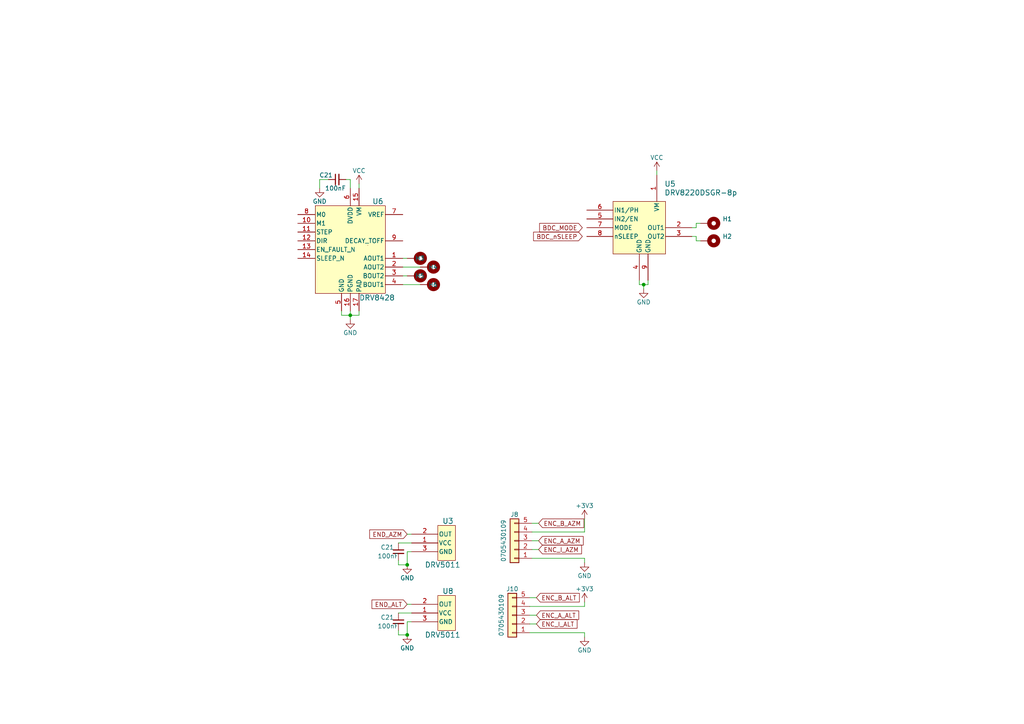
<source format=kicad_sch>
(kicad_sch (version 20230121) (generator eeschema)

  (uuid 74537cdc-49dc-455b-b39b-050cf7947e11)

  (paper "A4")

  (lib_symbols
    (symbol "1.Texas_Instrments:DRV5011ADLPG" (pin_names (offset 0.254)) (in_bom yes) (on_board yes)
      (property "Reference" "U" (at 20.32 10.16 0)
        (effects (font (size 1.524 1.524)))
      )
      (property "Value" "DRV5011ADLPG" (at 20.32 7.62 0)
        (effects (font (size 1.524 1.524)))
      )
      (property "Footprint" "TO-92-3_LPG_TEX" (at 53.34 -29.21 0)
        (effects (font (size 1.27 1.27) italic) hide)
      )
      (property "Datasheet" "DRV5011ADLPG" (at 52.07 -26.67 0)
        (effects (font (size 1.27 1.27) italic) hide)
      )
      (property "ki_locked" "" (at 0 0 0)
        (effects (font (size 1.27 1.27)))
      )
      (property "ki_keywords" "DRV5011ADLPG" (at 0 0 0)
        (effects (font (size 1.27 1.27)) hide)
      )
      (property "ki_fp_filters" "TO-92-3_LPG_TEX" (at 0 0 0)
        (effects (font (size 1.27 1.27)) hide)
      )
      (symbol "DRV5011ADLPG_0_1"
        (pin power_in line (at -7.62 -5.08 0) (length 7.62)
          (name "VCC" (effects (font (size 1.27 1.27))))
          (number "1" (effects (font (size 1.27 1.27))))
        )
        (pin output line (at -7.62 -2.54 0) (length 7.62)
          (name "OUT" (effects (font (size 1.27 1.27))))
          (number "2" (effects (font (size 1.27 1.27))))
        )
        (pin power_out line (at -7.62 -7.62 0) (length 7.62)
          (name "GND" (effects (font (size 1.27 1.27))))
          (number "3" (effects (font (size 1.27 1.27))))
        )
      )
      (symbol "DRV5011ADLPG_1_1"
        (rectangle (start 0 0) (end 5.08 -10.16)
          (stroke (width 0) (type solid))
          (fill (type background))
        )
      )
    )
    (symbol "1.Texas_Instrments:DRV8220DSGR" (pin_names (offset 0.254)) (in_bom yes) (on_board yes)
      (property "Reference" "U" (at 1.27 1.27 0)
        (effects (font (size 1.524 1.524)))
      )
      (property "Value" "DRV8220DSGR-8p" (at 21.59 -16.51 0)
        (effects (font (size 1.524 1.524)))
      )
      (property "Footprint" "WSON8_DSG_TEX" (at 38.1 -29.21 0)
        (effects (font (size 1.27 1.27) italic) hide)
      )
      (property "Datasheet" "DRV8220DSGR" (at 36.83 -26.67 0)
        (effects (font (size 1.27 1.27) italic) hide)
      )
      (property "ki_locked" "" (at 0 0 0)
        (effects (font (size 1.27 1.27)))
      )
      (property "ki_keywords" "DRV8220DSGR" (at 0 0 0)
        (effects (font (size 1.27 1.27)) hide)
      )
      (property "ki_fp_filters" "WSON8_DSG_TEX WSON8_DSG_TEX-M WSON8_DSG_TEX-L" (at 0 0 0)
        (effects (font (size 1.27 1.27)) hide)
      )
      (symbol "DRV8220DSGR_0_1"
        (pin power_in line (at 12.7 7.62 270) (length 7.62)
          (name "VM" (effects (font (size 1.27 1.27))))
          (number "1" (effects (font (size 1.27 1.27))))
        )
        (pin output line (at 22.86 -7.62 180) (length 7.62)
          (name "OUT1" (effects (font (size 1.27 1.27))))
          (number "2" (effects (font (size 1.27 1.27))))
        )
        (pin output line (at 22.86 -10.16 180) (length 7.62)
          (name "OUT2" (effects (font (size 1.27 1.27))))
          (number "3" (effects (font (size 1.27 1.27))))
        )
        (pin power_out line (at 7.62 -22.86 90) (length 7.62)
          (name "GND" (effects (font (size 1.27 1.27))))
          (number "4" (effects (font (size 1.27 1.27))))
        )
        (pin input line (at -7.62 -5.08 0) (length 7.62)
          (name "IN2/EN" (effects (font (size 1.27 1.27))))
          (number "5" (effects (font (size 1.27 1.27))))
        )
        (pin input line (at -7.62 -2.54 0) (length 7.62)
          (name "IN1/PH" (effects (font (size 1.27 1.27))))
          (number "6" (effects (font (size 1.27 1.27))))
        )
        (pin input line (at -7.62 -7.62 0) (length 7.62)
          (name "MODE" (effects (font (size 1.27 1.27))))
          (number "7" (effects (font (size 1.27 1.27))))
        )
        (pin input line (at -7.62 -10.16 0) (length 7.62)
          (name "nSLEEP" (effects (font (size 1.27 1.27))))
          (number "8" (effects (font (size 1.27 1.27))))
        )
        (pin power_out line (at 10.16 -22.86 90) (length 7.62)
          (name "GND" (effects (font (size 1.27 1.27))))
          (number "9" (effects (font (size 1.27 1.27))))
        )
      )
      (symbol "DRV8220DSGR_1_1"
        (rectangle (start 0 0) (end 15.24 -15.24)
          (stroke (width 0) (type solid))
          (fill (type background))
        )
      )
    )
    (symbol "1.Texas_Instrments:DRV8428RTER" (pin_names (offset 0.254)) (in_bom yes) (on_board yes)
      (property "Reference" "U" (at 114.3 -34.29 0)
        (effects (font (size 1.524 1.524)))
      )
      (property "Value" "DRV8428RTER" (at 119.38 -36.83 0)
        (effects (font (size 1.524 1.524)))
      )
      (property "Footprint" "RTE0016J" (at 114.3 -39.37 0)
        (effects (font (size 1.27 1.27) italic) hide)
      )
      (property "Datasheet" "DRV8428RTER" (at 114.3 -41.91 0)
        (effects (font (size 1.27 1.27) italic) hide)
      )
      (property "ki_locked" "" (at 0 0 0)
        (effects (font (size 1.27 1.27)))
      )
      (property "ki_keywords" "DRV8428RTER" (at 0 0 0)
        (effects (font (size 1.27 1.27)) hide)
      )
      (property "ki_fp_filters" "RTE0016J" (at 0 0 0)
        (effects (font (size 1.27 1.27)) hide)
      )
      (symbol "DRV8428RTER_0_1"
        (pin output line (at 25.4 -15.24 180) (length 5.08)
          (name "AOUT1" (effects (font (size 1.27 1.27))))
          (number "1" (effects (font (size 1.27 1.27))))
        )
        (pin input line (at -5.08 -5.08 0) (length 5.08)
          (name "M1" (effects (font (size 1.27 1.27))))
          (number "10" (effects (font (size 1.27 1.27))))
        )
        (pin input line (at -5.08 -7.62 0) (length 5.08)
          (name "STEP" (effects (font (size 1.27 1.27))))
          (number "11" (effects (font (size 1.27 1.27))))
        )
        (pin input line (at -5.08 -10.16 0) (length 5.08)
          (name "DIR" (effects (font (size 1.27 1.27))))
          (number "12" (effects (font (size 1.27 1.27))))
        )
        (pin bidirectional line (at -5.08 -12.7 0) (length 5.08)
          (name "EN_FAULT_N" (effects (font (size 1.27 1.27))))
          (number "13" (effects (font (size 1.27 1.27))))
        )
        (pin input line (at -5.08 -15.24 0) (length 5.08)
          (name "SLEEP_N" (effects (font (size 1.27 1.27))))
          (number "14" (effects (font (size 1.27 1.27))))
        )
        (pin power_in line (at 12.7 5.08 270) (length 5.08)
          (name "VM" (effects (font (size 1.27 1.27))))
          (number "15" (effects (font (size 1.27 1.27))))
        )
        (pin power_in line (at 10.16 -30.48 90) (length 5.08)
          (name "PGND" (effects (font (size 1.27 1.27))))
          (number "16" (effects (font (size 1.27 1.27))))
        )
        (pin power_in line (at 12.7 -30.48 90) (length 5.08)
          (name "PAD" (effects (font (size 1.27 1.27))))
          (number "17" (effects (font (size 1.27 1.27))))
        )
        (pin output line (at 25.4 -17.78 180) (length 5.08)
          (name "AOUT2" (effects (font (size 1.27 1.27))))
          (number "2" (effects (font (size 1.27 1.27))))
        )
        (pin output line (at 25.4 -20.32 180) (length 5.08)
          (name "BOUT2" (effects (font (size 1.27 1.27))))
          (number "3" (effects (font (size 1.27 1.27))))
        )
        (pin output line (at 25.4 -22.86 180) (length 5.08)
          (name "BOUT1" (effects (font (size 1.27 1.27))))
          (number "4" (effects (font (size 1.27 1.27))))
        )
        (pin power_in line (at 7.62 -30.48 90) (length 5.08)
          (name "GND" (effects (font (size 1.27 1.27))))
          (number "5" (effects (font (size 1.27 1.27))))
        )
        (pin power_in line (at 10.16 5.08 270) (length 5.08)
          (name "DVDD" (effects (font (size 1.27 1.27))))
          (number "6" (effects (font (size 1.27 1.27))))
        )
        (pin unspecified line (at 25.4 -2.54 180) (length 5.08)
          (name "VREF" (effects (font (size 1.27 1.27))))
          (number "7" (effects (font (size 1.27 1.27))))
        )
        (pin input line (at -5.08 -2.54 0) (length 5.08)
          (name "M0" (effects (font (size 1.27 1.27))))
          (number "8" (effects (font (size 1.27 1.27))))
        )
        (pin input line (at 25.4 -10.16 180) (length 5.08)
          (name "DECAY_TOFF" (effects (font (size 1.27 1.27))))
          (number "9" (effects (font (size 1.27 1.27))))
        )
      )
      (symbol "DRV8428RTER_1_1"
        (rectangle (start 0 0) (end 20.32 -25.4)
          (stroke (width 0) (type solid))
          (fill (type background))
        )
        (rectangle (start 15.24 -11.43) (end 15.24 -11.43)
          (stroke (width 0) (type default))
          (fill (type none))
        )
      )
    )
    (symbol "Connector_Generic:Conn_01x05" (pin_names (offset 1.016) hide) (in_bom yes) (on_board yes)
      (property "Reference" "J" (at 0 7.62 0)
        (effects (font (size 1.27 1.27)))
      )
      (property "Value" "Conn_01x05" (at 0 -7.62 0)
        (effects (font (size 1.27 1.27)))
      )
      (property "Footprint" "" (at 0 0 0)
        (effects (font (size 1.27 1.27)) hide)
      )
      (property "Datasheet" "~" (at 0 0 0)
        (effects (font (size 1.27 1.27)) hide)
      )
      (property "ki_keywords" "connector" (at 0 0 0)
        (effects (font (size 1.27 1.27)) hide)
      )
      (property "ki_description" "Generic connector, single row, 01x05, script generated (kicad-library-utils/schlib/autogen/connector/)" (at 0 0 0)
        (effects (font (size 1.27 1.27)) hide)
      )
      (property "ki_fp_filters" "Connector*:*_1x??_*" (at 0 0 0)
        (effects (font (size 1.27 1.27)) hide)
      )
      (symbol "Conn_01x05_1_1"
        (rectangle (start -1.27 -4.953) (end 0 -5.207)
          (stroke (width 0.1524) (type default))
          (fill (type none))
        )
        (rectangle (start -1.27 -2.413) (end 0 -2.667)
          (stroke (width 0.1524) (type default))
          (fill (type none))
        )
        (rectangle (start -1.27 0.127) (end 0 -0.127)
          (stroke (width 0.1524) (type default))
          (fill (type none))
        )
        (rectangle (start -1.27 2.667) (end 0 2.413)
          (stroke (width 0.1524) (type default))
          (fill (type none))
        )
        (rectangle (start -1.27 5.207) (end 0 4.953)
          (stroke (width 0.1524) (type default))
          (fill (type none))
        )
        (rectangle (start -1.27 6.35) (end 1.27 -6.35)
          (stroke (width 0.254) (type default))
          (fill (type background))
        )
        (pin passive line (at -5.08 5.08 0) (length 3.81)
          (name "Pin_1" (effects (font (size 1.27 1.27))))
          (number "1" (effects (font (size 1.27 1.27))))
        )
        (pin passive line (at -5.08 2.54 0) (length 3.81)
          (name "Pin_2" (effects (font (size 1.27 1.27))))
          (number "2" (effects (font (size 1.27 1.27))))
        )
        (pin passive line (at -5.08 0 0) (length 3.81)
          (name "Pin_3" (effects (font (size 1.27 1.27))))
          (number "3" (effects (font (size 1.27 1.27))))
        )
        (pin passive line (at -5.08 -2.54 0) (length 3.81)
          (name "Pin_4" (effects (font (size 1.27 1.27))))
          (number "4" (effects (font (size 1.27 1.27))))
        )
        (pin passive line (at -5.08 -5.08 0) (length 3.81)
          (name "Pin_5" (effects (font (size 1.27 1.27))))
          (number "5" (effects (font (size 1.27 1.27))))
        )
      )
    )
    (symbol "Device:C_Small" (pin_numbers hide) (pin_names (offset 0.254) hide) (in_bom yes) (on_board yes)
      (property "Reference" "C" (at 0.254 1.778 0)
        (effects (font (size 1.27 1.27)) (justify left))
      )
      (property "Value" "C_Small" (at 0.254 -2.032 0)
        (effects (font (size 1.27 1.27)) (justify left))
      )
      (property "Footprint" "" (at 0 0 0)
        (effects (font (size 1.27 1.27)) hide)
      )
      (property "Datasheet" "~" (at 0 0 0)
        (effects (font (size 1.27 1.27)) hide)
      )
      (property "ki_keywords" "capacitor cap" (at 0 0 0)
        (effects (font (size 1.27 1.27)) hide)
      )
      (property "ki_description" "Unpolarized capacitor, small symbol" (at 0 0 0)
        (effects (font (size 1.27 1.27)) hide)
      )
      (property "ki_fp_filters" "C_*" (at 0 0 0)
        (effects (font (size 1.27 1.27)) hide)
      )
      (symbol "C_Small_0_1"
        (polyline
          (pts
            (xy -1.524 -0.508)
            (xy 1.524 -0.508)
          )
          (stroke (width 0.3302) (type default))
          (fill (type none))
        )
        (polyline
          (pts
            (xy -1.524 0.508)
            (xy 1.524 0.508)
          )
          (stroke (width 0.3048) (type default))
          (fill (type none))
        )
      )
      (symbol "C_Small_1_1"
        (pin passive line (at 0 2.54 270) (length 2.032)
          (name "~" (effects (font (size 1.27 1.27))))
          (number "1" (effects (font (size 1.27 1.27))))
        )
        (pin passive line (at 0 -2.54 90) (length 2.032)
          (name "~" (effects (font (size 1.27 1.27))))
          (number "2" (effects (font (size 1.27 1.27))))
        )
      )
    )
    (symbol "Mechanical:MountingHole_Pad" (pin_numbers hide) (pin_names (offset 1.016) hide) (in_bom yes) (on_board yes)
      (property "Reference" "H" (at 0 6.35 0)
        (effects (font (size 1.27 1.27)))
      )
      (property "Value" "MountingHole_Pad" (at 0 4.445 0)
        (effects (font (size 1.27 1.27)))
      )
      (property "Footprint" "" (at 0 0 0)
        (effects (font (size 1.27 1.27)) hide)
      )
      (property "Datasheet" "~" (at 0 0 0)
        (effects (font (size 1.27 1.27)) hide)
      )
      (property "ki_keywords" "mounting hole" (at 0 0 0)
        (effects (font (size 1.27 1.27)) hide)
      )
      (property "ki_description" "Mounting Hole with connection" (at 0 0 0)
        (effects (font (size 1.27 1.27)) hide)
      )
      (property "ki_fp_filters" "MountingHole*Pad*" (at 0 0 0)
        (effects (font (size 1.27 1.27)) hide)
      )
      (symbol "MountingHole_Pad_0_1"
        (circle (center 0 1.27) (radius 1.27)
          (stroke (width 1.27) (type default))
          (fill (type none))
        )
      )
      (symbol "MountingHole_Pad_1_1"
        (pin input line (at 0 -2.54 90) (length 2.54)
          (name "1" (effects (font (size 1.27 1.27))))
          (number "1" (effects (font (size 1.27 1.27))))
        )
      )
    )
    (symbol "power:+3V3" (power) (pin_names (offset 0)) (in_bom yes) (on_board yes)
      (property "Reference" "#PWR" (at 0 -3.81 0)
        (effects (font (size 1.27 1.27)) hide)
      )
      (property "Value" "+3V3" (at 0 3.556 0)
        (effects (font (size 1.27 1.27)))
      )
      (property "Footprint" "" (at 0 0 0)
        (effects (font (size 1.27 1.27)) hide)
      )
      (property "Datasheet" "" (at 0 0 0)
        (effects (font (size 1.27 1.27)) hide)
      )
      (property "ki_keywords" "global power" (at 0 0 0)
        (effects (font (size 1.27 1.27)) hide)
      )
      (property "ki_description" "Power symbol creates a global label with name \"+3V3\"" (at 0 0 0)
        (effects (font (size 1.27 1.27)) hide)
      )
      (symbol "+3V3_0_1"
        (polyline
          (pts
            (xy -0.762 1.27)
            (xy 0 2.54)
          )
          (stroke (width 0) (type default))
          (fill (type none))
        )
        (polyline
          (pts
            (xy 0 0)
            (xy 0 2.54)
          )
          (stroke (width 0) (type default))
          (fill (type none))
        )
        (polyline
          (pts
            (xy 0 2.54)
            (xy 0.762 1.27)
          )
          (stroke (width 0) (type default))
          (fill (type none))
        )
      )
      (symbol "+3V3_1_1"
        (pin power_in line (at 0 0 90) (length 0) hide
          (name "+3V3" (effects (font (size 1.27 1.27))))
          (number "1" (effects (font (size 1.27 1.27))))
        )
      )
    )
    (symbol "power:GND" (power) (pin_names (offset 0)) (in_bom yes) (on_board yes)
      (property "Reference" "#PWR" (at 0 -6.35 0)
        (effects (font (size 1.27 1.27)) hide)
      )
      (property "Value" "GND" (at 0 -3.81 0)
        (effects (font (size 1.27 1.27)))
      )
      (property "Footprint" "" (at 0 0 0)
        (effects (font (size 1.27 1.27)) hide)
      )
      (property "Datasheet" "" (at 0 0 0)
        (effects (font (size 1.27 1.27)) hide)
      )
      (property "ki_keywords" "global power" (at 0 0 0)
        (effects (font (size 1.27 1.27)) hide)
      )
      (property "ki_description" "Power symbol creates a global label with name \"GND\" , ground" (at 0 0 0)
        (effects (font (size 1.27 1.27)) hide)
      )
      (symbol "GND_0_1"
        (polyline
          (pts
            (xy 0 0)
            (xy 0 -1.27)
            (xy 1.27 -1.27)
            (xy 0 -2.54)
            (xy -1.27 -1.27)
            (xy 0 -1.27)
          )
          (stroke (width 0) (type default))
          (fill (type none))
        )
      )
      (symbol "GND_1_1"
        (pin power_in line (at 0 0 270) (length 0) hide
          (name "GND" (effects (font (size 1.27 1.27))))
          (number "1" (effects (font (size 1.27 1.27))))
        )
      )
    )
    (symbol "power:VCC" (power) (pin_names (offset 0)) (in_bom yes) (on_board yes)
      (property "Reference" "#PWR" (at 0 -3.81 0)
        (effects (font (size 1.27 1.27)) hide)
      )
      (property "Value" "VCC" (at 0 3.81 0)
        (effects (font (size 1.27 1.27)))
      )
      (property "Footprint" "" (at 0 0 0)
        (effects (font (size 1.27 1.27)) hide)
      )
      (property "Datasheet" "" (at 0 0 0)
        (effects (font (size 1.27 1.27)) hide)
      )
      (property "ki_keywords" "global power" (at 0 0 0)
        (effects (font (size 1.27 1.27)) hide)
      )
      (property "ki_description" "Power symbol creates a global label with name \"VCC\"" (at 0 0 0)
        (effects (font (size 1.27 1.27)) hide)
      )
      (symbol "VCC_0_1"
        (polyline
          (pts
            (xy -0.762 1.27)
            (xy 0 2.54)
          )
          (stroke (width 0) (type default))
          (fill (type none))
        )
        (polyline
          (pts
            (xy 0 0)
            (xy 0 2.54)
          )
          (stroke (width 0) (type default))
          (fill (type none))
        )
        (polyline
          (pts
            (xy 0 2.54)
            (xy 0.762 1.27)
          )
          (stroke (width 0) (type default))
          (fill (type none))
        )
      )
      (symbol "VCC_1_1"
        (pin power_in line (at 0 0 90) (length 0) hide
          (name "VCC" (effects (font (size 1.27 1.27))))
          (number "1" (effects (font (size 1.27 1.27))))
        )
      )
    )
  )

  (junction (at 186.69 82.55) (diameter 0) (color 0 0 0 0)
    (uuid 05588120-9810-4b82-936f-87adf0cbce0a)
  )
  (junction (at 118.11 184.15) (diameter 0) (color 0 0 0 0)
    (uuid 0f674151-abf2-436d-a1f0-6090786cbc84)
  )
  (junction (at 118.11 163.83) (diameter 0) (color 0 0 0 0)
    (uuid 6bac13bd-654b-4d7f-b48e-cb792fe26c60)
  )
  (junction (at 101.6 91.44) (diameter 0) (color 0 0 0 0)
    (uuid 93a0f40b-2194-4b8b-ac57-73ff42f6c2d3)
  )

  (wire (pts (xy 201.93 64.77) (xy 203.2 64.77))
    (stroke (width 0) (type default))
    (uuid 0241cdff-287d-4574-b09a-5a6b29552823)
  )
  (wire (pts (xy 115.57 162.56) (xy 115.57 163.83))
    (stroke (width 0) (type default))
    (uuid 0b9f6560-9806-4db9-936f-5bca3ead7cac)
  )
  (wire (pts (xy 95.25 52.07) (xy 92.71 52.07))
    (stroke (width 0) (type default))
    (uuid 0c43dd84-1b87-4d02-b76c-d792460d37db)
  )
  (wire (pts (xy 104.14 90.17) (xy 104.14 91.44))
    (stroke (width 0) (type default))
    (uuid 0ef3f6e5-5b7a-4128-9e23-f3b4118567d3)
  )
  (wire (pts (xy 118.11 154.94) (xy 119.38 154.94))
    (stroke (width 0) (type default))
    (uuid 123e8c85-e2a1-4151-a225-cc57216e741d)
  )
  (wire (pts (xy 118.11 160.02) (xy 118.11 163.83))
    (stroke (width 0) (type default))
    (uuid 1bc7dc5a-90aa-4ee8-9ceb-23d974f4faaf)
  )
  (wire (pts (xy 185.42 82.55) (xy 186.69 82.55))
    (stroke (width 0) (type default))
    (uuid 1e836f2b-e138-4206-b226-926d3fdd6136)
  )
  (wire (pts (xy 99.06 91.44) (xy 101.6 91.44))
    (stroke (width 0) (type default))
    (uuid 209ccb23-62d6-4bb4-8602-2d954280537b)
  )
  (wire (pts (xy 169.545 154.305) (xy 169.545 150.495))
    (stroke (width 0) (type default))
    (uuid 227c9bc5-3876-4b2a-ac36-893c1cb631ce)
  )
  (wire (pts (xy 200.66 68.58) (xy 201.93 68.58))
    (stroke (width 0) (type default))
    (uuid 22ef19b0-c49e-41bb-b57f-22e99e7bfd4a)
  )
  (wire (pts (xy 185.42 81.28) (xy 185.42 82.55))
    (stroke (width 0) (type default))
    (uuid 32d8da30-005a-43e2-bce1-a6fede92ec56)
  )
  (wire (pts (xy 169.545 184.785) (xy 169.545 183.515))
    (stroke (width 0) (type default))
    (uuid 336d7d41-f786-4148-9646-852e762ede32)
  )
  (wire (pts (xy 118.11 175.26) (xy 119.38 175.26))
    (stroke (width 0) (type default))
    (uuid 408ccaf7-5ef7-4687-b7e1-db83679ee659)
  )
  (wire (pts (xy 187.96 82.55) (xy 186.69 82.55))
    (stroke (width 0) (type default))
    (uuid 41244444-d870-4e24-b5db-e387ee600e09)
  )
  (wire (pts (xy 118.11 180.34) (xy 118.11 184.15))
    (stroke (width 0) (type default))
    (uuid 4404fc2d-5876-4d96-b5bf-c5aea1d06890)
  )
  (wire (pts (xy 115.57 157.48) (xy 119.38 157.48))
    (stroke (width 0) (type default))
    (uuid 4a23f016-f58f-45c7-b057-fd87d7cb3c6c)
  )
  (wire (pts (xy 154.305 151.765) (xy 156.21 151.765))
    (stroke (width 0) (type default))
    (uuid 4d2b2dc3-ba4b-4b5f-9ad2-f2a624df4253)
  )
  (wire (pts (xy 190.5 49.53) (xy 190.5 50.8))
    (stroke (width 0) (type default))
    (uuid 52d1471b-36ad-4f4a-b61d-5030767d63a0)
  )
  (wire (pts (xy 115.57 177.8) (xy 119.38 177.8))
    (stroke (width 0) (type default))
    (uuid 54bbb4ea-ffa0-4ec6-9f5a-2e193543b275)
  )
  (wire (pts (xy 115.57 182.88) (xy 115.57 184.15))
    (stroke (width 0) (type default))
    (uuid 59ee55ac-a502-441a-93f8-b631b9dddd6d)
  )
  (wire (pts (xy 201.93 69.85) (xy 203.2 69.85))
    (stroke (width 0) (type default))
    (uuid 5d0992f3-51bf-4518-b51c-24c573aaa782)
  )
  (wire (pts (xy 201.93 68.58) (xy 201.93 69.85))
    (stroke (width 0) (type default))
    (uuid 643e86e5-b879-40bd-ade1-9c5ca226e6e5)
  )
  (wire (pts (xy 201.93 66.04) (xy 201.93 64.77))
    (stroke (width 0) (type default))
    (uuid 6c582d06-4c4b-44fb-a60f-cb08783547fa)
  )
  (wire (pts (xy 116.84 80.01) (xy 118.11 80.01))
    (stroke (width 0) (type default))
    (uuid 6dd30838-fde7-47e6-9e5a-95f2ef5715c4)
  )
  (wire (pts (xy 115.57 163.83) (xy 118.11 163.83))
    (stroke (width 0) (type default))
    (uuid 71de54ce-2622-4fca-aa37-dc80992026c3)
  )
  (wire (pts (xy 153.67 173.355) (xy 155.575 173.355))
    (stroke (width 0) (type default))
    (uuid 72173619-449b-47cd-ad95-563a6fa26fce)
  )
  (wire (pts (xy 154.305 159.385) (xy 156.21 159.385))
    (stroke (width 0) (type default))
    (uuid 75324f98-c3bc-4469-b887-9207939f5ad7)
  )
  (wire (pts (xy 99.06 90.17) (xy 99.06 91.44))
    (stroke (width 0) (type default))
    (uuid 7d106d0b-d6f6-43bf-885b-d52c7ec5af36)
  )
  (wire (pts (xy 101.6 91.44) (xy 104.14 91.44))
    (stroke (width 0) (type default))
    (uuid 7e2ecc7f-ce1f-4066-b874-43494b95f6d3)
  )
  (wire (pts (xy 154.305 154.305) (xy 169.545 154.305))
    (stroke (width 0) (type default))
    (uuid 8d42bd36-2a9c-4d75-b486-329dec13910d)
  )
  (wire (pts (xy 101.6 54.61) (xy 101.6 52.07))
    (stroke (width 0) (type default))
    (uuid 901c5c5f-ac5b-434e-a6c4-326dad6ed995)
  )
  (wire (pts (xy 104.14 53.34) (xy 104.14 54.61))
    (stroke (width 0) (type default))
    (uuid 90c5a109-213d-4380-9d2b-6ba435d077bf)
  )
  (wire (pts (xy 154.305 161.925) (xy 169.545 161.925))
    (stroke (width 0) (type default))
    (uuid 9fcda3bb-17f1-40f3-b30f-74f436de040a)
  )
  (wire (pts (xy 169.545 161.925) (xy 169.545 163.195))
    (stroke (width 0) (type default))
    (uuid a0c6cc98-3d8a-4c3a-9087-ca5fc135a449)
  )
  (wire (pts (xy 186.69 82.55) (xy 186.69 83.82))
    (stroke (width 0) (type default))
    (uuid a1c567cd-8a7b-47e5-8a18-6d37ceb68aba)
  )
  (wire (pts (xy 115.57 184.15) (xy 118.11 184.15))
    (stroke (width 0) (type default))
    (uuid b2f2f217-52ca-4e9b-8e53-085b63e9deca)
  )
  (wire (pts (xy 169.545 183.515) (xy 153.67 183.515))
    (stroke (width 0) (type default))
    (uuid b83965be-db4d-4f58-baad-5940255bc1a1)
  )
  (wire (pts (xy 153.67 180.975) (xy 155.575 180.975))
    (stroke (width 0) (type default))
    (uuid bb4c0133-903b-4a93-a5d7-5f14749c7314)
  )
  (wire (pts (xy 200.66 66.04) (xy 201.93 66.04))
    (stroke (width 0) (type default))
    (uuid bd5cb06c-93bb-48b5-8a15-d9cf2d24840b)
  )
  (wire (pts (xy 101.6 91.44) (xy 101.6 92.71))
    (stroke (width 0) (type default))
    (uuid c3964824-6238-4ee7-82b2-c45f888edef5)
  )
  (wire (pts (xy 116.84 74.93) (xy 118.11 74.93))
    (stroke (width 0) (type default))
    (uuid c3f60848-2324-49cb-9c42-3469317f194f)
  )
  (wire (pts (xy 154.305 156.845) (xy 156.21 156.845))
    (stroke (width 0) (type default))
    (uuid c638876a-e9a9-426d-bd06-5010c820f1cf)
  )
  (wire (pts (xy 101.6 90.17) (xy 101.6 91.44))
    (stroke (width 0) (type default))
    (uuid c9af9824-c318-4bd0-ae01-660d92fe27e4)
  )
  (wire (pts (xy 116.84 77.47) (xy 121.92 77.47))
    (stroke (width 0) (type default))
    (uuid cace1450-b796-440a-b476-545b0db3b014)
  )
  (wire (pts (xy 169.545 175.895) (xy 169.545 174.625))
    (stroke (width 0) (type default))
    (uuid cc022148-d7c3-43ae-b21b-1b7fd731cb8b)
  )
  (wire (pts (xy 153.67 175.895) (xy 169.545 175.895))
    (stroke (width 0) (type default))
    (uuid cc3117c1-15d2-409d-a11d-f8bacd6d4006)
  )
  (wire (pts (xy 116.84 82.55) (xy 121.92 82.55))
    (stroke (width 0) (type default))
    (uuid d49a7fa3-8baa-4f53-afb8-35605f74071d)
  )
  (wire (pts (xy 119.38 160.02) (xy 118.11 160.02))
    (stroke (width 0) (type default))
    (uuid d99c767f-d907-4d7f-80d8-aab26f9c3db3)
  )
  (wire (pts (xy 187.96 81.28) (xy 187.96 82.55))
    (stroke (width 0) (type default))
    (uuid dcd33682-5d5b-4804-ace8-0a42303dcb57)
  )
  (wire (pts (xy 100.33 52.07) (xy 101.6 52.07))
    (stroke (width 0) (type default))
    (uuid e2ef0f3c-2e14-4369-a34e-190cc381bcf6)
  )
  (wire (pts (xy 153.67 178.435) (xy 155.575 178.435))
    (stroke (width 0) (type default))
    (uuid e51e8eb5-9c05-4345-aa3e-1a77c616403a)
  )
  (wire (pts (xy 119.38 180.34) (xy 118.11 180.34))
    (stroke (width 0) (type default))
    (uuid e99c589e-5c78-4661-8891-670865f83fce)
  )
  (wire (pts (xy 92.71 54.61) (xy 92.71 52.07))
    (stroke (width 0) (type default))
    (uuid efd1886b-3a26-4c63-b3ad-c9ea3fa2110d)
  )

  (global_label "ENC_I_AZM" (shape input) (at 156.21 159.385 0) (fields_autoplaced)
    (effects (font (size 1.27 1.27)) (justify left))
    (uuid 02e0a597-7353-4928-8f9f-8f65511138c9)
    (property "Intersheetrefs" "${INTERSHEET_REFS}" (at 169.1548 159.385 0)
      (effects (font (size 1.27 1.27)) (justify left) hide)
    )
  )
  (global_label "BDC_MODE" (shape input) (at 168.91 66.04 180) (fields_autoplaced)
    (effects (font (size 1.27 1.27)) (justify right))
    (uuid 0836305b-399f-4d83-9563-f347d777e43a)
    (property "Intersheetrefs" "${INTERSHEET_REFS}" (at 155.9463 66.04 0)
      (effects (font (size 1.27 1.27)) (justify right) hide)
    )
  )
  (global_label "ENC_I_ALT" (shape input) (at 155.575 180.975 0) (fields_autoplaced)
    (effects (font (size 1.27 1.27)) (justify left))
    (uuid 1370b11d-5846-43ca-b241-b5e51d04213e)
    (property "Intersheetrefs" "${INTERSHEET_REFS}" (at 167.8546 180.975 0)
      (effects (font (size 1.27 1.27)) (justify left) hide)
    )
  )
  (global_label "END_ALT" (shape input) (at 118.11 175.26 180) (fields_autoplaced)
    (effects (font (size 1.27 1.27)) (justify right))
    (uuid 4dbb3bc8-8780-4bfd-b7bd-cf01886d1c54)
    (property "Intersheetrefs" "${INTERSHEET_REFS}" (at 107.3234 175.26 0)
      (effects (font (size 1.27 1.27)) (justify right) hide)
    )
  )
  (global_label "ENC_B_ALT" (shape input) (at 155.575 173.355 0) (fields_autoplaced)
    (effects (font (size 1.27 1.27)) (justify left))
    (uuid 6dd19be5-0ec5-4efa-a444-a4d23ccab2df)
    (property "Intersheetrefs" "${INTERSHEET_REFS}" (at 168.5198 173.355 0)
      (effects (font (size 1.27 1.27)) (justify left) hide)
    )
  )
  (global_label "ENC_B_AZM" (shape input) (at 156.21 151.765 0) (fields_autoplaced)
    (effects (font (size 1.27 1.27)) (justify left))
    (uuid 82012c51-378e-4f4b-9dd7-f45713c3516b)
    (property "Intersheetrefs" "${INTERSHEET_REFS}" (at 169.82 151.765 0)
      (effects (font (size 1.27 1.27)) (justify left) hide)
    )
  )
  (global_label "END_AZM" (shape input) (at 118.11 154.94 180) (fields_autoplaced)
    (effects (font (size 1.27 1.27)) (justify right))
    (uuid bd89644c-f3c6-4b38-9ab5-7b9b1338499b)
    (property "Intersheetrefs" "${INTERSHEET_REFS}" (at 106.6582 154.94 0)
      (effects (font (size 1.27 1.27)) (justify right) hide)
    )
  )
  (global_label "ENC_A_AZM" (shape input) (at 156.21 156.845 0) (fields_autoplaced)
    (effects (font (size 1.27 1.27)) (justify left))
    (uuid d4aba944-526f-426b-9957-08ec83435e3a)
    (property "Intersheetrefs" "${INTERSHEET_REFS}" (at 169.6386 156.845 0)
      (effects (font (size 1.27 1.27)) (justify left) hide)
    )
  )
  (global_label "ENC_A_ALT" (shape input) (at 155.575 178.435 0) (fields_autoplaced)
    (effects (font (size 1.27 1.27)) (justify left))
    (uuid d74505c8-22da-4be2-9a44-428247802ca7)
    (property "Intersheetrefs" "${INTERSHEET_REFS}" (at 168.3384 178.435 0)
      (effects (font (size 1.27 1.27)) (justify left) hide)
    )
  )
  (global_label "BDC_nSLEEP" (shape input) (at 168.91 68.58 180) (fields_autoplaced)
    (effects (font (size 1.27 1.27)) (justify right))
    (uuid fd57dcd9-2ae5-4e90-adc2-cd952e05d1f5)
    (property "Intersheetrefs" "${INTERSHEET_REFS}" (at 154.1926 68.58 0)
      (effects (font (size 1.27 1.27)) (justify right) hide)
    )
  )

  (symbol (lib_id "1.Texas_Instrments:DRV8220DSGR") (at 177.8 58.42 0) (unit 1)
    (in_bom yes) (on_board yes) (dnp no) (fields_autoplaced)
    (uuid 008aa6ab-fd0d-4c2c-9e97-166de3ef093b)
    (property "Reference" "U5" (at 192.6941 53.34 0)
      (effects (font (size 1.524 1.524)) (justify left))
    )
    (property "Value" "DRV8220DSGR-8p" (at 192.6941 55.88 0)
      (effects (font (size 1.524 1.524)) (justify left))
    )
    (property "Footprint" "WSON8_DSG_TEX" (at 215.9 87.63 0)
      (effects (font (size 1.27 1.27) italic) hide)
    )
    (property "Datasheet" "DRV8220DSGR" (at 214.63 85.09 0)
      (effects (font (size 1.27 1.27) italic) hide)
    )
    (pin "1" (uuid 1c151dc2-dd06-4e34-b8ec-ede1923c633a))
    (pin "2" (uuid 671decc5-f37b-4bb0-abe2-69eb960ff4e2))
    (pin "3" (uuid f9d2c6b3-f0b4-4751-8dd0-4116188921f1))
    (pin "4" (uuid e04e5ee8-b859-47ee-b258-cb0b2c530bb9))
    (pin "5" (uuid a45d1b4e-4c5f-452e-bc0d-ed6f54d08e76))
    (pin "6" (uuid d7613855-abde-4787-88fa-dd3092515739))
    (pin "7" (uuid 62961580-5bb2-4eae-a15f-0622f537dea4))
    (pin "8" (uuid 9e668155-5e57-47b1-860d-588ed9b8e2b0))
    (pin "9" (uuid 6b992ca5-5680-42df-b3e6-e85e28dbf02c))
    (instances
      (project "PEEKbot_APS"
        (path "/94378909-68d7-4d93-afe3-b42f0d297cc4/ee36b8f3-ba31-41d7-b555-23c0e4e26c6a"
          (reference "U5") (unit 1)
        )
      )
    )
  )

  (symbol (lib_id "Connector_Generic:Conn_01x05") (at 149.225 156.845 180) (unit 1)
    (in_bom yes) (on_board yes) (dnp no)
    (uuid 07c0a0d5-ba2c-4e37-8f9b-f131339ea302)
    (property "Reference" "J8" (at 149.225 149.225 0)
      (effects (font (size 1.27 1.27)))
    )
    (property "Value" "0705430109" (at 146.05 156.845 90)
      (effects (font (size 1.27 1.27)))
    )
    (property "Footprint" "" (at 149.225 156.845 0)
      (effects (font (size 1.27 1.27)) hide)
    )
    (property "Datasheet" "~" (at 149.225 156.845 0)
      (effects (font (size 1.27 1.27)) hide)
    )
    (pin "1" (uuid b2c15db8-5606-467a-b553-4b09dc443a3a))
    (pin "2" (uuid 07e6caec-3506-4fe7-b901-e22ba36009f6))
    (pin "3" (uuid 228706d0-9da6-4887-b024-5d7653f5c5d3))
    (pin "4" (uuid 5696c326-86f1-41ba-b85a-932ebfd49fa2))
    (pin "5" (uuid df57968a-7aca-4343-a694-aaca76b735cf))
    (instances
      (project "PEEKbot_APS"
        (path "/94378909-68d7-4d93-afe3-b42f0d297cc4"
          (reference "J8") (unit 1)
        )
        (path "/94378909-68d7-4d93-afe3-b42f0d297cc4/ee36b8f3-ba31-41d7-b555-23c0e4e26c6a"
          (reference "J11") (unit 1)
        )
      )
    )
  )

  (symbol (lib_id "Mechanical:MountingHole_Pad") (at 124.46 77.47 270) (unit 1)
    (in_bom yes) (on_board yes) (dnp no)
    (uuid 09a22816-61ad-44c6-9bc0-bf96d9f834bd)
    (property "Reference" "H4" (at 127 77.47 90)
      (effects (font (size 1.27 1.27)) (justify right))
    )
    (property "Value" "MountingHole_Pad" (at 127 74.93 0)
      (effects (font (size 1.27 1.27)) (justify right) hide)
    )
    (property "Footprint" "" (at 124.46 77.47 0)
      (effects (font (size 1.27 1.27)) hide)
    )
    (property "Datasheet" "~" (at 124.46 77.47 0)
      (effects (font (size 1.27 1.27)) hide)
    )
    (pin "1" (uuid bfbba0b6-73bb-4cb6-bf4c-8d35cd0f26a2))
    (instances
      (project "PEEKbot_APS"
        (path "/94378909-68d7-4d93-afe3-b42f0d297cc4/ee36b8f3-ba31-41d7-b555-23c0e4e26c6a"
          (reference "H4") (unit 1)
        )
      )
    )
  )

  (symbol (lib_id "power:GND") (at 169.545 163.195 0) (unit 1)
    (in_bom yes) (on_board yes) (dnp no)
    (uuid 1744dee2-d307-409b-82fc-94b2de1cde1e)
    (property "Reference" "#PWR01" (at 169.545 169.545 0)
      (effects (font (size 1.27 1.27)) hide)
    )
    (property "Value" "GND" (at 169.545 167.005 0)
      (effects (font (size 1.27 1.27)))
    )
    (property "Footprint" "" (at 169.545 163.195 0)
      (effects (font (size 1.27 1.27)) hide)
    )
    (property "Datasheet" "" (at 169.545 163.195 0)
      (effects (font (size 1.27 1.27)) hide)
    )
    (pin "1" (uuid d95a6669-d90f-4753-9b38-2bb8f4dcde8f))
    (instances
      (project "PEEKbot_APS"
        (path "/94378909-68d7-4d93-afe3-b42f0d297cc4"
          (reference "#PWR01") (unit 1)
        )
        (path "/94378909-68d7-4d93-afe3-b42f0d297cc4/ee36b8f3-ba31-41d7-b555-23c0e4e26c6a"
          (reference "#PWR011") (unit 1)
        )
      )
    )
  )

  (symbol (lib_id "power:GND") (at 118.11 163.83 0) (unit 1)
    (in_bom yes) (on_board yes) (dnp no)
    (uuid 3f16c910-3729-482a-a16c-8d033c63f1a0)
    (property "Reference" "#PWR024" (at 118.11 170.18 0)
      (effects (font (size 1.27 1.27)) hide)
    )
    (property "Value" "GND" (at 118.11 167.64 0)
      (effects (font (size 1.27 1.27)))
    )
    (property "Footprint" "" (at 118.11 163.83 0)
      (effects (font (size 1.27 1.27)) hide)
    )
    (property "Datasheet" "" (at 118.11 163.83 0)
      (effects (font (size 1.27 1.27)) hide)
    )
    (pin "1" (uuid ce9f1078-03b1-4925-9dae-05641f21c8f1))
    (instances
      (project "PEEKbot_APS"
        (path "/94378909-68d7-4d93-afe3-b42f0d297cc4"
          (reference "#PWR024") (unit 1)
        )
        (path "/94378909-68d7-4d93-afe3-b42f0d297cc4/ee36b8f3-ba31-41d7-b555-23c0e4e26c6a"
          (reference "#PWR088") (unit 1)
        )
      )
    )
  )

  (symbol (lib_id "power:+3V3") (at 169.545 150.495 0) (unit 1)
    (in_bom yes) (on_board yes) (dnp no) (fields_autoplaced)
    (uuid 4d09e084-837a-470f-82a8-02f45895e98c)
    (property "Reference" "#PWR09" (at 169.545 154.305 0)
      (effects (font (size 1.27 1.27)) hide)
    )
    (property "Value" "+3V3" (at 169.545 146.685 0)
      (effects (font (size 1.27 1.27)))
    )
    (property "Footprint" "" (at 169.545 150.495 0)
      (effects (font (size 1.27 1.27)) hide)
    )
    (property "Datasheet" "" (at 169.545 150.495 0)
      (effects (font (size 1.27 1.27)) hide)
    )
    (pin "1" (uuid fbf40c6c-6af8-4930-830a-ac324b46bb4a))
    (instances
      (project "PEEKbot_APS"
        (path "/94378909-68d7-4d93-afe3-b42f0d297cc4"
          (reference "#PWR09") (unit 1)
        )
        (path "/94378909-68d7-4d93-afe3-b42f0d297cc4/ee36b8f3-ba31-41d7-b555-23c0e4e26c6a"
          (reference "#PWR070") (unit 1)
        )
      )
    )
  )

  (symbol (lib_id "power:GND") (at 92.71 54.61 0) (unit 1)
    (in_bom yes) (on_board yes) (dnp no)
    (uuid 557edc67-e226-48ce-9224-790615947527)
    (property "Reference" "#PWR024" (at 92.71 60.96 0)
      (effects (font (size 1.27 1.27)) hide)
    )
    (property "Value" "GND" (at 92.71 58.42 0)
      (effects (font (size 1.27 1.27)))
    )
    (property "Footprint" "" (at 92.71 54.61 0)
      (effects (font (size 1.27 1.27)) hide)
    )
    (property "Datasheet" "" (at 92.71 54.61 0)
      (effects (font (size 1.27 1.27)) hide)
    )
    (pin "1" (uuid 064b89ef-b8f7-410e-8e74-82951140729d))
    (instances
      (project "PEEKbot_APS"
        (path "/94378909-68d7-4d93-afe3-b42f0d297cc4"
          (reference "#PWR024") (unit 1)
        )
        (path "/94378909-68d7-4d93-afe3-b42f0d297cc4/ee36b8f3-ba31-41d7-b555-23c0e4e26c6a"
          (reference "#PWR016") (unit 1)
        )
      )
    )
  )

  (symbol (lib_id "power:+3V3") (at 169.545 174.625 0) (unit 1)
    (in_bom yes) (on_board yes) (dnp no) (fields_autoplaced)
    (uuid 68394317-4410-406d-9995-cdf3f8d31e0c)
    (property "Reference" "#PWR035" (at 169.545 178.435 0)
      (effects (font (size 1.27 1.27)) hide)
    )
    (property "Value" "+3V3" (at 169.545 170.815 0)
      (effects (font (size 1.27 1.27)))
    )
    (property "Footprint" "" (at 169.545 174.625 0)
      (effects (font (size 1.27 1.27)) hide)
    )
    (property "Datasheet" "" (at 169.545 174.625 0)
      (effects (font (size 1.27 1.27)) hide)
    )
    (pin "1" (uuid 1460549e-7afe-46ec-a646-ebd2a66c7a6a))
    (instances
      (project "PEEKbot_APS"
        (path "/94378909-68d7-4d93-afe3-b42f0d297cc4"
          (reference "#PWR035") (unit 1)
        )
        (path "/94378909-68d7-4d93-afe3-b42f0d297cc4/ee36b8f3-ba31-41d7-b555-23c0e4e26c6a"
          (reference "#PWR071") (unit 1)
        )
      )
    )
  )

  (symbol (lib_id "Mechanical:MountingHole_Pad") (at 120.65 74.93 270) (unit 1)
    (in_bom yes) (on_board yes) (dnp no)
    (uuid 6d5e17b3-30ff-4892-9237-6f4a13b351d7)
    (property "Reference" "H3" (at 123.19 74.93 90)
      (effects (font (size 1.27 1.27)) (justify right))
    )
    (property "Value" "MountingHole_Pad" (at 123.19 72.39 0)
      (effects (font (size 1.27 1.27)) (justify right) hide)
    )
    (property "Footprint" "" (at 120.65 74.93 0)
      (effects (font (size 1.27 1.27)) hide)
    )
    (property "Datasheet" "~" (at 120.65 74.93 0)
      (effects (font (size 1.27 1.27)) hide)
    )
    (pin "1" (uuid ce322cb2-798d-409d-a655-b99408aa131d))
    (instances
      (project "PEEKbot_APS"
        (path "/94378909-68d7-4d93-afe3-b42f0d297cc4/ee36b8f3-ba31-41d7-b555-23c0e4e26c6a"
          (reference "H3") (unit 1)
        )
      )
    )
  )

  (symbol (lib_id "Mechanical:MountingHole_Pad") (at 120.65 80.01 270) (unit 1)
    (in_bom yes) (on_board yes) (dnp no)
    (uuid 71dc0e2e-cb6c-4389-9174-1dbce9b3a18a)
    (property "Reference" "H5" (at 123.19 80.01 90)
      (effects (font (size 1.27 1.27)) (justify right))
    )
    (property "Value" "MountingHole_Pad" (at 123.19 77.47 0)
      (effects (font (size 1.27 1.27)) (justify right) hide)
    )
    (property "Footprint" "" (at 120.65 80.01 0)
      (effects (font (size 1.27 1.27)) hide)
    )
    (property "Datasheet" "~" (at 120.65 80.01 0)
      (effects (font (size 1.27 1.27)) hide)
    )
    (pin "1" (uuid 82f4f1ab-ef87-4e47-a64b-3564824e8d9e))
    (instances
      (project "PEEKbot_APS"
        (path "/94378909-68d7-4d93-afe3-b42f0d297cc4/ee36b8f3-ba31-41d7-b555-23c0e4e26c6a"
          (reference "H5") (unit 1)
        )
      )
    )
  )

  (symbol (lib_id "power:GND") (at 101.6 92.71 0) (unit 1)
    (in_bom yes) (on_board yes) (dnp no)
    (uuid 82be4157-c548-47b9-97bb-20181d4e6181)
    (property "Reference" "#PWR024" (at 101.6 99.06 0)
      (effects (font (size 1.27 1.27)) hide)
    )
    (property "Value" "GND" (at 101.6 96.52 0)
      (effects (font (size 1.27 1.27)))
    )
    (property "Footprint" "" (at 101.6 92.71 0)
      (effects (font (size 1.27 1.27)) hide)
    )
    (property "Datasheet" "" (at 101.6 92.71 0)
      (effects (font (size 1.27 1.27)) hide)
    )
    (pin "1" (uuid fc963aad-e6c0-4a35-9855-c27d4c8a8e43))
    (instances
      (project "PEEKbot_APS"
        (path "/94378909-68d7-4d93-afe3-b42f0d297cc4"
          (reference "#PWR024") (unit 1)
        )
        (path "/94378909-68d7-4d93-afe3-b42f0d297cc4/ee36b8f3-ba31-41d7-b555-23c0e4e26c6a"
          (reference "#PWR018") (unit 1)
        )
      )
    )
  )

  (symbol (lib_id "1.Texas_Instrments:DRV8428RTER") (at 91.44 59.69 0) (unit 1)
    (in_bom yes) (on_board yes) (dnp no)
    (uuid 8e853629-4389-4ff8-ae3c-34337fcee103)
    (property "Reference" "U6" (at 107.95 58.42 0)
      (effects (font (size 1.524 1.524)) (justify left))
    )
    (property "Value" "DRV8428" (at 104.14 86.36 0)
      (effects (font (size 1.524 1.524)) (justify left))
    )
    (property "Footprint" "RTE0016J" (at 205.74 99.06 0)
      (effects (font (size 1.27 1.27) italic) hide)
    )
    (property "Datasheet" "DRV8428RTER" (at 205.74 101.6 0)
      (effects (font (size 1.27 1.27) italic) hide)
    )
    (pin "1" (uuid 928b24d3-3f66-48f2-94b6-68d3a5dd0a41))
    (pin "10" (uuid b23f8584-4883-4ed0-8959-5aee8e2d78e1))
    (pin "11" (uuid 4faa2c03-41e9-493f-b2ac-7b146f795aa1))
    (pin "12" (uuid 3268b07b-ad44-4834-afe2-196e2514b37e))
    (pin "13" (uuid ef707fa5-eec1-412a-9af4-db0c086a394a))
    (pin "14" (uuid ac71888e-95a2-4656-9ce0-15c07c189fe7))
    (pin "15" (uuid 6aa1b82c-4e2c-450d-8644-550cc216730d))
    (pin "16" (uuid 28c87a35-e0cd-45ff-8519-41de26000692))
    (pin "17" (uuid 07485525-da5d-48bf-8f31-189aca052adc))
    (pin "2" (uuid 50cf6507-bb19-4244-88ea-b5b5d473cec9))
    (pin "3" (uuid 0b330b61-2ef4-49c0-b345-8f520d88ebf8))
    (pin "4" (uuid de1905cb-d38c-45e0-9901-f410c5d3800b))
    (pin "5" (uuid 328a096f-afd3-4bfc-8066-35a421ea1769))
    (pin "6" (uuid 5f93c2a1-d5d8-4644-9436-36d347bea9b6))
    (pin "7" (uuid 4619e607-5775-4adc-9c2c-89a67929cb3b))
    (pin "8" (uuid 348e0e61-2997-4e79-9371-5ebc4dff8960))
    (pin "9" (uuid eef4ca53-2baf-45f2-9b64-79aefade4dca))
    (instances
      (project "PEEKbot_APS"
        (path "/94378909-68d7-4d93-afe3-b42f0d297cc4/ee36b8f3-ba31-41d7-b555-23c0e4e26c6a"
          (reference "U6") (unit 1)
        )
      )
    )
  )

  (symbol (lib_id "Mechanical:MountingHole_Pad") (at 205.74 64.77 270) (unit 1)
    (in_bom yes) (on_board yes) (dnp no) (fields_autoplaced)
    (uuid 8f76f382-eee0-4a66-ba75-390a896bbc7e)
    (property "Reference" "H1" (at 209.55 63.5 90)
      (effects (font (size 1.27 1.27)) (justify left))
    )
    (property "Value" "MountingHole_Pad" (at 209.55 66.04 90)
      (effects (font (size 1.27 1.27)) (justify left) hide)
    )
    (property "Footprint" "" (at 205.74 64.77 0)
      (effects (font (size 1.27 1.27)) hide)
    )
    (property "Datasheet" "~" (at 205.74 64.77 0)
      (effects (font (size 1.27 1.27)) hide)
    )
    (pin "1" (uuid f757d3a0-dcf3-4fcb-aed0-b9d7fc3d07f0))
    (instances
      (project "PEEKbot_APS"
        (path "/94378909-68d7-4d93-afe3-b42f0d297cc4/ee36b8f3-ba31-41d7-b555-23c0e4e26c6a"
          (reference "H1") (unit 1)
        )
      )
    )
  )

  (symbol (lib_id "power:GND") (at 186.69 83.82 0) (unit 1)
    (in_bom yes) (on_board yes) (dnp no)
    (uuid 928c7fc2-fd7d-4325-848f-fe41d844e281)
    (property "Reference" "#PWR024" (at 186.69 90.17 0)
      (effects (font (size 1.27 1.27)) hide)
    )
    (property "Value" "GND" (at 186.69 87.63 0)
      (effects (font (size 1.27 1.27)))
    )
    (property "Footprint" "" (at 186.69 83.82 0)
      (effects (font (size 1.27 1.27)) hide)
    )
    (property "Datasheet" "" (at 186.69 83.82 0)
      (effects (font (size 1.27 1.27)) hide)
    )
    (pin "1" (uuid b54ede58-a4d6-41f0-9d1f-38c9b18b3b18))
    (instances
      (project "PEEKbot_APS"
        (path "/94378909-68d7-4d93-afe3-b42f0d297cc4"
          (reference "#PWR024") (unit 1)
        )
        (path "/94378909-68d7-4d93-afe3-b42f0d297cc4/ee36b8f3-ba31-41d7-b555-23c0e4e26c6a"
          (reference "#PWR017") (unit 1)
        )
      )
    )
  )

  (symbol (lib_id "Device:C_Small") (at 115.57 160.02 0) (mirror y) (unit 1)
    (in_bom yes) (on_board yes) (dnp no)
    (uuid 9a2c5b2b-a68c-4eb7-867f-a34dc50a9c58)
    (property "Reference" "C21" (at 114.3 158.75 0)
      (effects (font (size 1.27 1.27)) (justify left))
    )
    (property "Value" "100nF" (at 115.57 161.29 0)
      (effects (font (size 1.27 1.27)) (justify left))
    )
    (property "Footprint" "Capacitor_SMD:C_0603_1608Metric" (at 115.57 160.02 0)
      (effects (font (size 1.27 1.27)) hide)
    )
    (property "Datasheet" "~" (at 115.57 160.02 0)
      (effects (font (size 1.27 1.27)) hide)
    )
    (property "Weblink" "https://www.digikey.ca/en/products/detail/samsung-electro-mechanics/CL10B104KB8NNNC/3886658" (at 115.57 160.02 0)
      (effects (font (size 1.27 1.27)) hide)
    )
    (property "Manufacturer Part Number" "CL10B104KB8NNNC" (at 115.57 160.02 0)
      (effects (font (size 1.27 1.27)) hide)
    )
    (property "Supplier P/N " "1271276-1000-1-ND" (at 115.57 160.02 0)
      (effects (font (size 1.27 1.27)) hide)
    )
    (property "Manufacturer" "Samsung Electro-Mechanics" (at 115.57 160.02 0)
      (effects (font (size 1.27 1.27)) hide)
    )
    (property "Description" "0.1 µF ±10% 50V Ceramic Capacitor X7R 0603 (1608 Metric)" (at 115.57 160.02 0)
      (effects (font (size 1.27 1.27)) hide)
    )
    (property "Supplier" "digikey" (at 115.57 160.02 0)
      (effects (font (size 1.27 1.27)) hide)
    )
    (property "Unit Cost" "0.15" (at 115.57 160.02 0)
      (effects (font (size 1.27 1.27)) hide)
    )
    (pin "1" (uuid 78c331d7-e6b9-4d1a-bcdd-4c09a012d2de))
    (pin "2" (uuid c1655d95-4bd9-4158-84be-3874aac7ed6c))
    (instances
      (project "PEEKbot_APS"
        (path "/94378909-68d7-4d93-afe3-b42f0d297cc4"
          (reference "C21") (unit 1)
        )
        (path "/94378909-68d7-4d93-afe3-b42f0d297cc4/ee36b8f3-ba31-41d7-b555-23c0e4e26c6a"
          (reference "C31") (unit 1)
        )
      )
    )
  )

  (symbol (lib_id "1.Texas_Instrments:DRV5011ADLPG") (at 127 152.4 0) (unit 1)
    (in_bom yes) (on_board yes) (dnp no)
    (uuid 9b12b388-e6fd-4326-b298-8420147ed5ae)
    (property "Reference" "U3" (at 128.27 151.13 0)
      (effects (font (size 1.524 1.524)) (justify left))
    )
    (property "Value" "DRV5011" (at 123.19 163.83 0)
      (effects (font (size 1.524 1.524)) (justify left))
    )
    (property "Footprint" "TO-92-3_LPG_TEX" (at 180.34 181.61 0)
      (effects (font (size 1.27 1.27) italic) hide)
    )
    (property "Datasheet" "DRV5011ADLPG" (at 179.07 179.07 0)
      (effects (font (size 1.27 1.27) italic) hide)
    )
    (pin "1" (uuid 8b8a65ac-f147-4238-bb92-48fdd6d3e791))
    (pin "2" (uuid 6f5dc620-e9fc-44cf-9e58-d72f532fa4db))
    (pin "3" (uuid d3488f27-eaec-420c-87d3-320abca1b2c7))
    (instances
      (project "PEEKbot_APS"
        (path "/94378909-68d7-4d93-afe3-b42f0d297cc4/ee36b8f3-ba31-41d7-b555-23c0e4e26c6a"
          (reference "U3") (unit 1)
        )
      )
    )
  )

  (symbol (lib_id "power:GND") (at 118.11 184.15 0) (unit 1)
    (in_bom yes) (on_board yes) (dnp no)
    (uuid a3f6c7f1-3b98-4f9b-a870-0516ff439ef1)
    (property "Reference" "#PWR024" (at 118.11 190.5 0)
      (effects (font (size 1.27 1.27)) hide)
    )
    (property "Value" "GND" (at 118.11 187.96 0)
      (effects (font (size 1.27 1.27)))
    )
    (property "Footprint" "" (at 118.11 184.15 0)
      (effects (font (size 1.27 1.27)) hide)
    )
    (property "Datasheet" "" (at 118.11 184.15 0)
      (effects (font (size 1.27 1.27)) hide)
    )
    (pin "1" (uuid ecb02ca9-4e28-4d64-b475-818fc7bb1a8a))
    (instances
      (project "PEEKbot_APS"
        (path "/94378909-68d7-4d93-afe3-b42f0d297cc4"
          (reference "#PWR024") (unit 1)
        )
        (path "/94378909-68d7-4d93-afe3-b42f0d297cc4/ee36b8f3-ba31-41d7-b555-23c0e4e26c6a"
          (reference "#PWR010") (unit 1)
        )
      )
    )
  )

  (symbol (lib_id "power:GND") (at 169.545 184.785 0) (unit 1)
    (in_bom yes) (on_board yes) (dnp no)
    (uuid a6e47ab9-0773-47c0-9d2a-548336684966)
    (property "Reference" "#PWR01" (at 169.545 191.135 0)
      (effects (font (size 1.27 1.27)) hide)
    )
    (property "Value" "GND" (at 169.545 188.595 0)
      (effects (font (size 1.27 1.27)))
    )
    (property "Footprint" "" (at 169.545 184.785 0)
      (effects (font (size 1.27 1.27)) hide)
    )
    (property "Datasheet" "" (at 169.545 184.785 0)
      (effects (font (size 1.27 1.27)) hide)
    )
    (pin "1" (uuid 2ac13aa2-11c5-4fd0-a144-4d598fa10cbe))
    (instances
      (project "PEEKbot_APS"
        (path "/94378909-68d7-4d93-afe3-b42f0d297cc4"
          (reference "#PWR01") (unit 1)
        )
        (path "/94378909-68d7-4d93-afe3-b42f0d297cc4/ee36b8f3-ba31-41d7-b555-23c0e4e26c6a"
          (reference "#PWR081") (unit 1)
        )
      )
    )
  )

  (symbol (lib_id "power:VCC") (at 190.5 49.53 0) (unit 1)
    (in_bom yes) (on_board yes) (dnp no) (fields_autoplaced)
    (uuid b96361e0-d9ea-4df3-b2a5-a604f382970e)
    (property "Reference" "#PWR02" (at 190.5 53.34 0)
      (effects (font (size 1.27 1.27)) hide)
    )
    (property "Value" "VCC" (at 190.5 45.72 0)
      (effects (font (size 1.27 1.27)))
    )
    (property "Footprint" "" (at 190.5 49.53 0)
      (effects (font (size 1.27 1.27)) hide)
    )
    (property "Datasheet" "" (at 190.5 49.53 0)
      (effects (font (size 1.27 1.27)) hide)
    )
    (pin "1" (uuid 3d44e6c4-4cb7-4976-97d2-6cb6b91bd968))
    (instances
      (project "PEEKbot_APS"
        (path "/94378909-68d7-4d93-afe3-b42f0d297cc4"
          (reference "#PWR02") (unit 1)
        )
        (path "/94378909-68d7-4d93-afe3-b42f0d297cc4/7b1b51b4-da17-4e8e-bf78-b36b5a07bf1e"
          (reference "#PWR041") (unit 1)
        )
        (path "/94378909-68d7-4d93-afe3-b42f0d297cc4/ee36b8f3-ba31-41d7-b555-23c0e4e26c6a"
          (reference "#PWR012") (unit 1)
        )
      )
    )
  )

  (symbol (lib_id "Mechanical:MountingHole_Pad") (at 205.74 69.85 270) (unit 1)
    (in_bom yes) (on_board yes) (dnp no) (fields_autoplaced)
    (uuid bda5a06a-89cb-4f03-90f4-e8bec8b5834d)
    (property "Reference" "H2" (at 209.55 68.58 90)
      (effects (font (size 1.27 1.27)) (justify left))
    )
    (property "Value" "MountingHole_Pad" (at 209.55 71.12 90)
      (effects (font (size 1.27 1.27)) (justify left) hide)
    )
    (property "Footprint" "" (at 205.74 69.85 0)
      (effects (font (size 1.27 1.27)) hide)
    )
    (property "Datasheet" "~" (at 205.74 69.85 0)
      (effects (font (size 1.27 1.27)) hide)
    )
    (pin "1" (uuid cb0e8e24-7d10-4e79-9e09-2fde92bab700))
    (instances
      (project "PEEKbot_APS"
        (path "/94378909-68d7-4d93-afe3-b42f0d297cc4/ee36b8f3-ba31-41d7-b555-23c0e4e26c6a"
          (reference "H2") (unit 1)
        )
      )
    )
  )

  (symbol (lib_id "Connector_Generic:Conn_01x05") (at 148.59 178.435 180) (unit 1)
    (in_bom yes) (on_board yes) (dnp no)
    (uuid ce2fed6b-3314-4c9e-903f-a789925c9f80)
    (property "Reference" "J10" (at 148.59 170.815 0)
      (effects (font (size 1.27 1.27)))
    )
    (property "Value" "0705430109" (at 145.415 178.435 90)
      (effects (font (size 1.27 1.27)))
    )
    (property "Footprint" "" (at 148.59 178.435 0)
      (effects (font (size 1.27 1.27)) hide)
    )
    (property "Datasheet" "~" (at 148.59 178.435 0)
      (effects (font (size 1.27 1.27)) hide)
    )
    (pin "1" (uuid 21c36422-014b-481d-b2e4-1c5007631d6a))
    (pin "2" (uuid 3076cec4-361e-4abb-936d-ce2f29c90520))
    (pin "3" (uuid 24868259-9ed2-4344-98d5-df98f35ec6e6))
    (pin "4" (uuid 4e86fd5a-ddf3-4da7-a00b-fed9e6ec70e9))
    (pin "5" (uuid d634a06e-3475-4043-8143-46adde35997b))
    (instances
      (project "PEEKbot_APS"
        (path "/94378909-68d7-4d93-afe3-b42f0d297cc4"
          (reference "J10") (unit 1)
        )
        (path "/94378909-68d7-4d93-afe3-b42f0d297cc4/ee36b8f3-ba31-41d7-b555-23c0e4e26c6a"
          (reference "J12") (unit 1)
        )
      )
    )
  )

  (symbol (lib_id "Device:C_Small") (at 115.57 180.34 0) (mirror y) (unit 1)
    (in_bom yes) (on_board yes) (dnp no)
    (uuid cf2fca45-b695-4bad-8207-01d4f1127595)
    (property "Reference" "C21" (at 114.3 179.07 0)
      (effects (font (size 1.27 1.27)) (justify left))
    )
    (property "Value" "100nF" (at 115.57 181.61 0)
      (effects (font (size 1.27 1.27)) (justify left))
    )
    (property "Footprint" "Capacitor_SMD:C_0603_1608Metric" (at 115.57 180.34 0)
      (effects (font (size 1.27 1.27)) hide)
    )
    (property "Datasheet" "~" (at 115.57 180.34 0)
      (effects (font (size 1.27 1.27)) hide)
    )
    (property "Weblink" "https://www.digikey.ca/en/products/detail/samsung-electro-mechanics/CL10B104KB8NNNC/3886658" (at 115.57 180.34 0)
      (effects (font (size 1.27 1.27)) hide)
    )
    (property "Manufacturer Part Number" "CL10B104KB8NNNC" (at 115.57 180.34 0)
      (effects (font (size 1.27 1.27)) hide)
    )
    (property "Supplier P/N " "1271276-1000-1-ND" (at 115.57 180.34 0)
      (effects (font (size 1.27 1.27)) hide)
    )
    (property "Manufacturer" "Samsung Electro-Mechanics" (at 115.57 180.34 0)
      (effects (font (size 1.27 1.27)) hide)
    )
    (property "Description" "0.1 µF ±10% 50V Ceramic Capacitor X7R 0603 (1608 Metric)" (at 115.57 180.34 0)
      (effects (font (size 1.27 1.27)) hide)
    )
    (property "Supplier" "digikey" (at 115.57 180.34 0)
      (effects (font (size 1.27 1.27)) hide)
    )
    (property "Unit Cost" "0.15" (at 115.57 180.34 0)
      (effects (font (size 1.27 1.27)) hide)
    )
    (pin "1" (uuid bba70d55-0a56-4174-8942-df56156b1c96))
    (pin "2" (uuid 10dc17ab-9f3c-4026-9abc-5121b035cc56))
    (instances
      (project "PEEKbot_APS"
        (path "/94378909-68d7-4d93-afe3-b42f0d297cc4"
          (reference "C21") (unit 1)
        )
        (path "/94378909-68d7-4d93-afe3-b42f0d297cc4/ee36b8f3-ba31-41d7-b555-23c0e4e26c6a"
          (reference "C4") (unit 1)
        )
      )
    )
  )

  (symbol (lib_id "Device:C_Small") (at 97.79 52.07 90) (mirror x) (unit 1)
    (in_bom yes) (on_board yes) (dnp no)
    (uuid d0e9b922-2c7a-4af1-8d20-d95aef20894a)
    (property "Reference" "C21" (at 96.52 50.8 90)
      (effects (font (size 1.27 1.27)) (justify left))
    )
    (property "Value" "100nF" (at 100.33 54.61 90)
      (effects (font (size 1.27 1.27)) (justify left))
    )
    (property "Footprint" "Capacitor_SMD:C_0603_1608Metric" (at 97.79 52.07 0)
      (effects (font (size 1.27 1.27)) hide)
    )
    (property "Datasheet" "~" (at 97.79 52.07 0)
      (effects (font (size 1.27 1.27)) hide)
    )
    (property "Weblink" "https://www.digikey.ca/en/products/detail/samsung-electro-mechanics/CL10B104KB8NNNC/3886658" (at 97.79 52.07 0)
      (effects (font (size 1.27 1.27)) hide)
    )
    (property "Manufacturer Part Number" "CL10B104KB8NNNC" (at 97.79 52.07 0)
      (effects (font (size 1.27 1.27)) hide)
    )
    (property "Supplier P/N " "1271276-1000-1-ND" (at 97.79 52.07 0)
      (effects (font (size 1.27 1.27)) hide)
    )
    (property "Manufacturer" "Samsung Electro-Mechanics" (at 97.79 52.07 0)
      (effects (font (size 1.27 1.27)) hide)
    )
    (property "Description" "0.1 µF ±10% 50V Ceramic Capacitor X7R 0603 (1608 Metric)" (at 97.79 52.07 0)
      (effects (font (size 1.27 1.27)) hide)
    )
    (property "Supplier" "digikey" (at 97.79 52.07 0)
      (effects (font (size 1.27 1.27)) hide)
    )
    (property "Unit Cost" "0.15" (at 97.79 52.07 0)
      (effects (font (size 1.27 1.27)) hide)
    )
    (pin "1" (uuid 5da74241-763c-42c0-81cd-817d9dc16afa))
    (pin "2" (uuid dc480482-6725-4f63-b694-da3eaa4026c7))
    (instances
      (project "PEEKbot_APS"
        (path "/94378909-68d7-4d93-afe3-b42f0d297cc4"
          (reference "C21") (unit 1)
        )
        (path "/94378909-68d7-4d93-afe3-b42f0d297cc4/ee36b8f3-ba31-41d7-b555-23c0e4e26c6a"
          (reference "C5") (unit 1)
        )
      )
    )
  )

  (symbol (lib_id "Mechanical:MountingHole_Pad") (at 124.46 82.55 270) (unit 1)
    (in_bom yes) (on_board yes) (dnp no)
    (uuid d48e20b2-2c3a-45da-931c-bd9971c44cec)
    (property "Reference" "H6" (at 127 82.55 90)
      (effects (font (size 1.27 1.27)) (justify right))
    )
    (property "Value" "MountingHole_Pad" (at 127 80.01 0)
      (effects (font (size 1.27 1.27)) (justify right) hide)
    )
    (property "Footprint" "" (at 124.46 82.55 0)
      (effects (font (size 1.27 1.27)) hide)
    )
    (property "Datasheet" "~" (at 124.46 82.55 0)
      (effects (font (size 1.27 1.27)) hide)
    )
    (pin "1" (uuid 0dd405c1-5c59-4070-b7e5-486aa29c1546))
    (instances
      (project "PEEKbot_APS"
        (path "/94378909-68d7-4d93-afe3-b42f0d297cc4/ee36b8f3-ba31-41d7-b555-23c0e4e26c6a"
          (reference "H6") (unit 1)
        )
      )
    )
  )

  (symbol (lib_id "power:VCC") (at 104.14 53.34 0) (unit 1)
    (in_bom yes) (on_board yes) (dnp no) (fields_autoplaced)
    (uuid dec9cc7e-bab6-43aa-aef6-28f0f77764a6)
    (property "Reference" "#PWR02" (at 104.14 57.15 0)
      (effects (font (size 1.27 1.27)) hide)
    )
    (property "Value" "VCC" (at 104.14 49.53 0)
      (effects (font (size 1.27 1.27)))
    )
    (property "Footprint" "" (at 104.14 53.34 0)
      (effects (font (size 1.27 1.27)) hide)
    )
    (property "Datasheet" "" (at 104.14 53.34 0)
      (effects (font (size 1.27 1.27)) hide)
    )
    (pin "1" (uuid c5ca38d3-4204-4d87-a718-5c2c8988f388))
    (instances
      (project "PEEKbot_APS"
        (path "/94378909-68d7-4d93-afe3-b42f0d297cc4"
          (reference "#PWR02") (unit 1)
        )
        (path "/94378909-68d7-4d93-afe3-b42f0d297cc4/7b1b51b4-da17-4e8e-bf78-b36b5a07bf1e"
          (reference "#PWR041") (unit 1)
        )
        (path "/94378909-68d7-4d93-afe3-b42f0d297cc4/ee36b8f3-ba31-41d7-b555-23c0e4e26c6a"
          (reference "#PWR015") (unit 1)
        )
      )
    )
  )

  (symbol (lib_id "1.Texas_Instrments:DRV5011ADLPG") (at 127 172.72 0) (unit 1)
    (in_bom yes) (on_board yes) (dnp no)
    (uuid e0763897-d01c-4a83-a694-099a0d0aa997)
    (property "Reference" "U8" (at 128.27 171.45 0)
      (effects (font (size 1.524 1.524)) (justify left))
    )
    (property "Value" "DRV5011" (at 123.19 184.15 0)
      (effects (font (size 1.524 1.524)) (justify left))
    )
    (property "Footprint" "TO-92-3_LPG_TEX" (at 180.34 201.93 0)
      (effects (font (size 1.27 1.27) italic) hide)
    )
    (property "Datasheet" "DRV5011ADLPG" (at 179.07 199.39 0)
      (effects (font (size 1.27 1.27) italic) hide)
    )
    (pin "1" (uuid fbbeb7e5-34df-4f03-af2e-62bd515d0c37))
    (pin "2" (uuid 9e8d4526-f8f6-41c4-a11a-3fd57c171f84))
    (pin "3" (uuid cec99b4f-ef00-49b0-8053-411e845194c0))
    (instances
      (project "PEEKbot_APS"
        (path "/94378909-68d7-4d93-afe3-b42f0d297cc4/ee36b8f3-ba31-41d7-b555-23c0e4e26c6a"
          (reference "U8") (unit 1)
        )
      )
    )
  )
)

</source>
